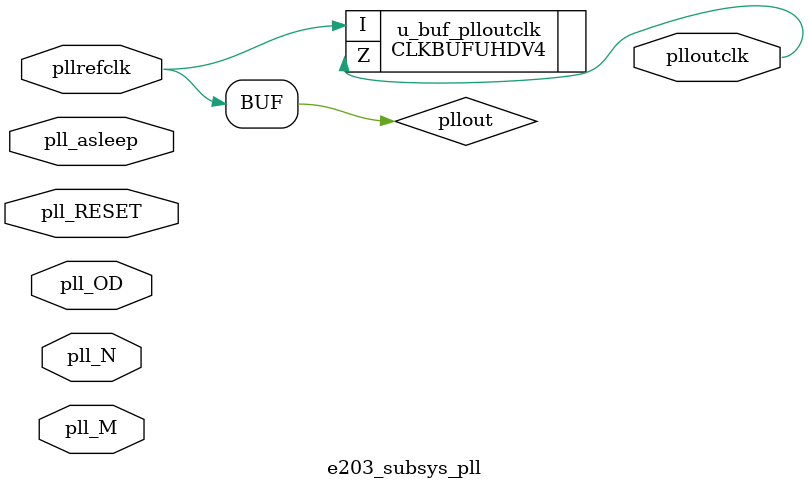
<source format=v>
 /*                                                                      
 Copyright 2018-2020 Nuclei System Technology, Inc.                
                                                                         
 Licensed under the Apache License, Version 2.0 (the "License");         
 you may not use this file except in compliance with the License.        
 You may obtain a copy of the License at                                 
                                                                         
     http://www.apache.org/licenses/LICENSE-2.0                          
                                                                         
  Unless required by applicable law or agreed to in writing, software    
 distributed under the License is distributed on an "AS IS" BASIS,       
 WITHOUT WARRANTIES OR CONDITIONS OF ANY KIND, either express or implied.
 See the License for the specific language governing permissions and     
 limitations under the License.                                          
 */                                                                      
                                                                         
                                                                         
                                                                         
//=====================================================================
//
// Designer   : Bob Hu
//
// Description:
//  The PLL module, need to be replaced with real PLL in ASIC flow
//
// ====================================================================

`include "e203_defines.v"


module e203_subsys_pll(
  input  pll_asleep, // The asleep signal to PLL to power down it

  input  pllrefclk, // The reference clock into PLL
  output plloutclk, // The PLL generated clock

  input        pll_RESET,
  input [1:0]  pll_OD,
  input [7:0]  pll_M,
  input [4:0]  pll_N 
  );

  wire pllout;
  `ifdef FPGA_SOURCE//{
      // In FPGA, we have no PLL, so just diretly let it pass through
      assign pllout = pllrefclk;
  `else //}{
      assign pllout = pllrefclk;
  `endif//}

//   assign plloutclk = pllout;
  CLKBUFUHDV4 u_buf_plloutclk(
    .Z(plloutclk   ),
    .I(pllout      )
  );
endmodule


</source>
